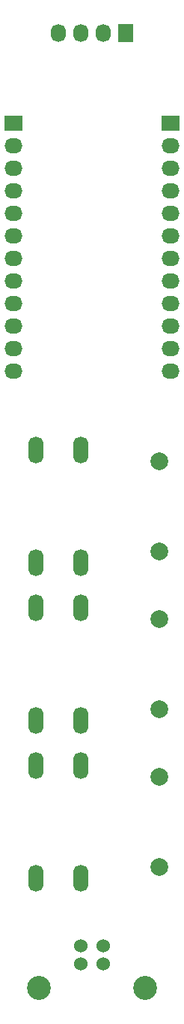
<source format=gbr>
G04 #@! TF.FileFunction,Copper,L2,Bot,Signal*
%FSLAX46Y46*%
G04 Gerber Fmt 4.6, Leading zero omitted, Abs format (unit mm)*
G04 Created by KiCad (PCBNEW 4.0.4-stable) date 12/11/16 12:15:52*
%MOMM*%
%LPD*%
G01*
G04 APERTURE LIST*
%ADD10C,0.100000*%
%ADD11O,1.727200X3.048000*%
%ADD12C,1.524000*%
%ADD13C,2.700020*%
%ADD14R,2.032000X1.727200*%
%ADD15O,2.032000X1.727200*%
%ADD16R,1.727200X2.032000*%
%ADD17O,1.727200X2.032000*%
%ADD18C,1.998980*%
G04 APERTURE END LIST*
D10*
D11*
X109220000Y-96520000D03*
X104140000Y-96520000D03*
X109220000Y-109220000D03*
X104140000Y-109220000D03*
D12*
X109220000Y-152400000D03*
X111760000Y-152400000D03*
X111760000Y-154398980D03*
X109220000Y-154398980D03*
D13*
X104490520Y-157099000D03*
X116489480Y-157099000D03*
D14*
X119380000Y-59690000D03*
D15*
X119380000Y-62230000D03*
X119380000Y-64770000D03*
X119380000Y-67310000D03*
X119380000Y-69850000D03*
X119380000Y-72390000D03*
X119380000Y-74930000D03*
X119380000Y-77470000D03*
X119380000Y-80010000D03*
X119380000Y-82550000D03*
X119380000Y-85090000D03*
X119380000Y-87630000D03*
D14*
X101600000Y-59690000D03*
D15*
X101600000Y-62230000D03*
X101600000Y-64770000D03*
X101600000Y-67310000D03*
X101600000Y-69850000D03*
X101600000Y-72390000D03*
X101600000Y-74930000D03*
X101600000Y-77470000D03*
X101600000Y-80010000D03*
X101600000Y-82550000D03*
X101600000Y-85090000D03*
X101600000Y-87630000D03*
D16*
X114300000Y-49530000D03*
D17*
X111760000Y-49530000D03*
X109220000Y-49530000D03*
X106680000Y-49530000D03*
D18*
X118110000Y-97790000D03*
X118110000Y-107950000D03*
X118110000Y-115570000D03*
X118110000Y-125730000D03*
X118110000Y-133350000D03*
X118110000Y-143510000D03*
D11*
X109220000Y-114300000D03*
X104140000Y-114300000D03*
X109220000Y-127000000D03*
X104140000Y-127000000D03*
X109220000Y-132080000D03*
X104140000Y-132080000D03*
X109220000Y-144780000D03*
X104140000Y-144780000D03*
M02*

</source>
